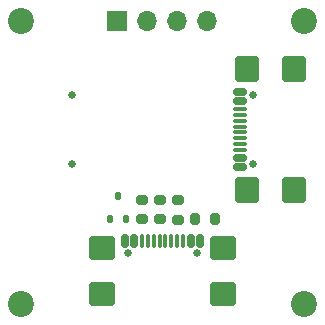
<source format=gbr>
%TF.GenerationSoftware,KiCad,Pcbnew,8.0.7*%
%TF.CreationDate,2024-12-28T17:49:01+01:00*%
%TF.ProjectId,usb-c-power-meter,7573622d-632d-4706-9f77-65722d6d6574,rev?*%
%TF.SameCoordinates,Original*%
%TF.FileFunction,Soldermask,Bot*%
%TF.FilePolarity,Negative*%
%FSLAX46Y46*%
G04 Gerber Fmt 4.6, Leading zero omitted, Abs format (unit mm)*
G04 Created by KiCad (PCBNEW 8.0.7) date 2024-12-28 17:49:01*
%MOMM*%
%LPD*%
G01*
G04 APERTURE LIST*
G04 Aperture macros list*
%AMRoundRect*
0 Rectangle with rounded corners*
0 $1 Rounding radius*
0 $2 $3 $4 $5 $6 $7 $8 $9 X,Y pos of 4 corners*
0 Add a 4 corners polygon primitive as box body*
4,1,4,$2,$3,$4,$5,$6,$7,$8,$9,$2,$3,0*
0 Add four circle primitives for the rounded corners*
1,1,$1+$1,$2,$3*
1,1,$1+$1,$4,$5*
1,1,$1+$1,$6,$7*
1,1,$1+$1,$8,$9*
0 Add four rect primitives between the rounded corners*
20,1,$1+$1,$2,$3,$4,$5,0*
20,1,$1+$1,$4,$5,$6,$7,0*
20,1,$1+$1,$6,$7,$8,$9,0*
20,1,$1+$1,$8,$9,$2,$3,0*%
G04 Aperture macros list end*
%ADD10R,1.700000X1.700000*%
%ADD11O,1.700000X1.700000*%
%ADD12C,2.200000*%
%ADD13C,0.650000*%
%ADD14RoundRect,0.200000X-0.275000X0.200000X-0.275000X-0.200000X0.275000X-0.200000X0.275000X0.200000X0*%
%ADD15RoundRect,0.150000X-0.425000X0.150000X-0.425000X-0.150000X0.425000X-0.150000X0.425000X0.150000X0*%
%ADD16RoundRect,0.075000X-0.500000X0.075000X-0.500000X-0.075000X0.500000X-0.075000X0.500000X0.075000X0*%
%ADD17RoundRect,0.250000X-0.750000X0.840000X-0.750000X-0.840000X0.750000X-0.840000X0.750000X0.840000X0*%
%ADD18RoundRect,0.200000X0.200000X0.275000X-0.200000X0.275000X-0.200000X-0.275000X0.200000X-0.275000X0*%
%ADD19RoundRect,0.150000X0.150000X0.425000X-0.150000X0.425000X-0.150000X-0.425000X0.150000X-0.425000X0*%
%ADD20RoundRect,0.075000X0.075000X0.500000X-0.075000X0.500000X-0.075000X-0.500000X0.075000X-0.500000X0*%
%ADD21RoundRect,0.250000X0.840000X0.750000X-0.840000X0.750000X-0.840000X-0.750000X0.840000X-0.750000X0*%
%ADD22RoundRect,0.112500X0.112500X0.237500X-0.112500X0.237500X-0.112500X-0.237500X0.112500X-0.237500X0*%
G04 APERTURE END LIST*
D10*
%TO.C,J3*%
X150390000Y-98200000D03*
D11*
X152930000Y-98200000D03*
X155470000Y-98200000D03*
X158010000Y-98200000D03*
%TD*%
D12*
%TO.C,H2*%
X166200000Y-98200000D03*
%TD*%
D13*
%TO.C,J1*%
X146505000Y-104510000D03*
X146505000Y-110290000D03*
%TD*%
D12*
%TO.C,H3*%
X142200000Y-122200000D03*
%TD*%
%TO.C,H1*%
X142200000Y-98200000D03*
%TD*%
%TO.C,H4*%
X166200000Y-122200000D03*
%TD*%
D14*
%TO.C,R3*%
X155500000Y-113375000D03*
X155500000Y-115025000D03*
%TD*%
%TO.C,R2*%
X152500000Y-113350000D03*
X152500000Y-115000000D03*
%TD*%
D13*
%TO.C,J4*%
X161870000Y-104510000D03*
X161870000Y-110290000D03*
D15*
X160795000Y-104200000D03*
X160795000Y-105000000D03*
D16*
X160795000Y-106150000D03*
X160795000Y-107150000D03*
X160795000Y-107650000D03*
X160795000Y-108650000D03*
D15*
X160795000Y-109800000D03*
X160795000Y-110600000D03*
X160795000Y-110600000D03*
X160795000Y-109800000D03*
D16*
X160795000Y-109150000D03*
X160795000Y-108150000D03*
X160795000Y-106650000D03*
X160795000Y-105650000D03*
D15*
X160795000Y-105000000D03*
X160795000Y-104200000D03*
D17*
X165300000Y-102290000D03*
X161370000Y-102290000D03*
X165300000Y-112510000D03*
X161370000Y-112510000D03*
%TD*%
D18*
%TO.C,R1*%
X158614000Y-114996000D03*
X156964000Y-114996000D03*
%TD*%
D14*
%TO.C,R4*%
X154000000Y-113350000D03*
X154000000Y-115000000D03*
%TD*%
D13*
%TO.C,J2*%
X157090000Y-117895000D03*
X151310000Y-117895000D03*
D19*
X157400000Y-116820000D03*
X156600000Y-116820000D03*
D20*
X155450000Y-116820000D03*
X154450000Y-116820000D03*
X153950000Y-116820000D03*
X152950000Y-116820000D03*
D19*
X151800000Y-116820000D03*
X151000000Y-116820000D03*
X151000000Y-116820000D03*
X151800000Y-116820000D03*
D20*
X152450000Y-116820000D03*
X153450000Y-116820000D03*
X154950000Y-116820000D03*
X155950000Y-116820000D03*
D19*
X156600000Y-116820000D03*
X157400000Y-116820000D03*
D21*
X159310000Y-121325000D03*
X159310000Y-117395000D03*
X149090000Y-121325000D03*
X149090000Y-117395000D03*
%TD*%
D22*
%TO.C,D1*%
X151100000Y-114996000D03*
X149800000Y-114996000D03*
X150450000Y-112996000D03*
%TD*%
M02*

</source>
